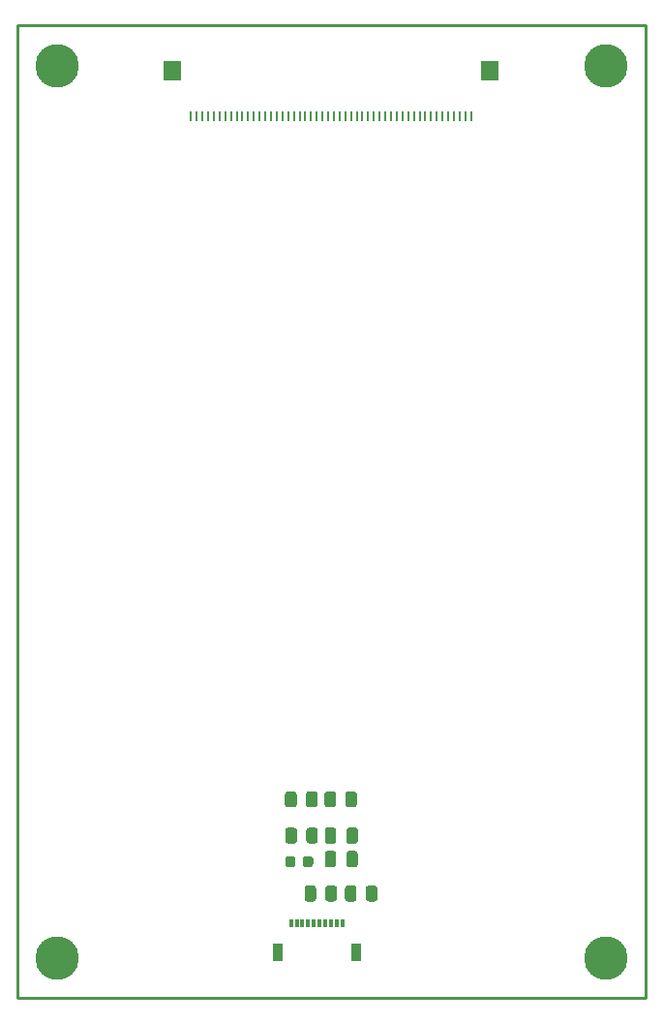
<source format=gbr>
%TF.GenerationSoftware,KiCad,Pcbnew,5.1.7-a382d34a8~87~ubuntu16.04.1*%
%TF.CreationDate,2020-11-12T14:08:06+07:00*%
%TF.ProjectId,sama5d27_som1_ek-sharp_ls0xx_lcd-adapter,73616d61-3564-4323-975f-736f6d315f65,rev?*%
%TF.SameCoordinates,Original*%
%TF.FileFunction,Soldermask,Top*%
%TF.FilePolarity,Negative*%
%FSLAX46Y46*%
G04 Gerber Fmt 4.6, Leading zero omitted, Abs format (unit mm)*
G04 Created by KiCad (PCBNEW 5.1.7-a382d34a8~87~ubuntu16.04.1) date 2020-11-12 14:08:06*
%MOMM*%
%LPD*%
G01*
G04 APERTURE LIST*
%TA.AperFunction,Profile*%
%ADD10C,0.250000*%
%TD*%
%ADD11R,0.863600X1.498600*%
%ADD12R,0.304800X0.660400*%
%ADD13C,3.800000*%
%ADD14R,0.254000X0.812800*%
%ADD15R,1.524000X1.701800*%
G04 APERTURE END LIST*
D10*
X120300000Y-52100000D02*
X175300000Y-52100000D01*
X120300000Y-137100000D02*
X120300000Y-52100000D01*
X175300000Y-137100000D02*
X120300000Y-137100000D01*
X175300000Y-52100000D02*
X175300000Y-137100000D01*
D11*
%TO.C,J2*%
X143083701Y-133090000D03*
X149916301Y-133090000D03*
D12*
X148750002Y-130550000D03*
X148250000Y-130550000D03*
X147750001Y-130550000D03*
X147250002Y-130550000D03*
X146750001Y-130550000D03*
X146250001Y-130550000D03*
X145750000Y-130550000D03*
X145250001Y-130550000D03*
X144750002Y-130550000D03*
X144250000Y-130550000D03*
%TD*%
D13*
%TO.C,REF\u002A\u002A*%
X123800000Y-55600000D03*
%TD*%
%TO.C,REF\u002A\u002A*%
X171800000Y-133600000D03*
%TD*%
%TO.C,REF\u002A\u002A*%
X123800000Y-133600000D03*
%TD*%
%TO.C,REF\u002A\u002A*%
X171800000Y-55600000D03*
%TD*%
%TO.C,C2*%
G36*
G01*
X149100000Y-123375000D02*
X149100000Y-122425000D01*
G75*
G02*
X149350000Y-122175000I250000J0D01*
G01*
X149850000Y-122175000D01*
G75*
G02*
X150100000Y-122425000I0J-250000D01*
G01*
X150100000Y-123375000D01*
G75*
G02*
X149850000Y-123625000I-250000J0D01*
G01*
X149350000Y-123625000D01*
G75*
G02*
X149100000Y-123375000I0J250000D01*
G01*
G37*
G36*
G01*
X147200000Y-123375000D02*
X147200000Y-122425000D01*
G75*
G02*
X147450000Y-122175000I250000J0D01*
G01*
X147950000Y-122175000D01*
G75*
G02*
X148200000Y-122425000I0J-250000D01*
G01*
X148200000Y-123375000D01*
G75*
G02*
X147950000Y-123625000I-250000J0D01*
G01*
X147450000Y-123625000D01*
G75*
G02*
X147200000Y-123375000I0J250000D01*
G01*
G37*
%TD*%
%TO.C,R2*%
G36*
G01*
X146450000Y-127499998D02*
X146450000Y-128400002D01*
G75*
G02*
X146200002Y-128650000I-249998J0D01*
G01*
X145674998Y-128650000D01*
G75*
G02*
X145425000Y-128400002I0J249998D01*
G01*
X145425000Y-127499998D01*
G75*
G02*
X145674998Y-127250000I249998J0D01*
G01*
X146200002Y-127250000D01*
G75*
G02*
X146450000Y-127499998I0J-249998D01*
G01*
G37*
G36*
G01*
X148275000Y-127499998D02*
X148275000Y-128400002D01*
G75*
G02*
X148025002Y-128650000I-249998J0D01*
G01*
X147499998Y-128650000D01*
G75*
G02*
X147250000Y-128400002I0J249998D01*
G01*
X147250000Y-127499998D01*
G75*
G02*
X147499998Y-127250000I249998J0D01*
G01*
X148025002Y-127250000D01*
G75*
G02*
X148275000Y-127499998I0J-249998D01*
G01*
G37*
%TD*%
%TO.C,C1*%
G36*
G01*
X146185000Y-124920000D02*
X146185000Y-125420000D01*
G75*
G02*
X145960000Y-125645000I-225000J0D01*
G01*
X145510000Y-125645000D01*
G75*
G02*
X145285000Y-125420000I0J225000D01*
G01*
X145285000Y-124920000D01*
G75*
G02*
X145510000Y-124695000I225000J0D01*
G01*
X145960000Y-124695000D01*
G75*
G02*
X146185000Y-124920000I0J-225000D01*
G01*
G37*
G36*
G01*
X144635000Y-124920000D02*
X144635000Y-125420000D01*
G75*
G02*
X144410000Y-125645000I-225000J0D01*
G01*
X143960000Y-125645000D01*
G75*
G02*
X143735000Y-125420000I0J225000D01*
G01*
X143735000Y-124920000D01*
G75*
G02*
X143960000Y-124695000I225000J0D01*
G01*
X144410000Y-124695000D01*
G75*
G02*
X144635000Y-124920000I0J-225000D01*
G01*
G37*
%TD*%
%TO.C,C3*%
G36*
G01*
X147200000Y-125425000D02*
X147200000Y-124475000D01*
G75*
G02*
X147450000Y-124225000I250000J0D01*
G01*
X147950000Y-124225000D01*
G75*
G02*
X148200000Y-124475000I0J-250000D01*
G01*
X148200000Y-125425000D01*
G75*
G02*
X147950000Y-125675000I-250000J0D01*
G01*
X147450000Y-125675000D01*
G75*
G02*
X147200000Y-125425000I0J250000D01*
G01*
G37*
G36*
G01*
X149100000Y-125425000D02*
X149100000Y-124475000D01*
G75*
G02*
X149350000Y-124225000I250000J0D01*
G01*
X149850000Y-124225000D01*
G75*
G02*
X150100000Y-124475000I0J-250000D01*
G01*
X150100000Y-125425000D01*
G75*
G02*
X149850000Y-125675000I-250000J0D01*
G01*
X149350000Y-125675000D01*
G75*
G02*
X149100000Y-125425000I0J250000D01*
G01*
G37*
%TD*%
%TO.C,R3*%
G36*
G01*
X150787500Y-128400002D02*
X150787500Y-127499998D01*
G75*
G02*
X151037498Y-127250000I249998J0D01*
G01*
X151562502Y-127250000D01*
G75*
G02*
X151812500Y-127499998I0J-249998D01*
G01*
X151812500Y-128400002D01*
G75*
G02*
X151562502Y-128650000I-249998J0D01*
G01*
X151037498Y-128650000D01*
G75*
G02*
X150787500Y-128400002I0J249998D01*
G01*
G37*
G36*
G01*
X148962500Y-128400002D02*
X148962500Y-127499998D01*
G75*
G02*
X149212498Y-127250000I249998J0D01*
G01*
X149737502Y-127250000D01*
G75*
G02*
X149987500Y-127499998I0J-249998D01*
G01*
X149987500Y-128400002D01*
G75*
G02*
X149737502Y-128650000I-249998J0D01*
G01*
X149212498Y-128650000D01*
G75*
G02*
X148962500Y-128400002I0J249998D01*
G01*
G37*
%TD*%
%TO.C,R4*%
G36*
G01*
X144750000Y-119274998D02*
X144750000Y-120175002D01*
G75*
G02*
X144500002Y-120425000I-249998J0D01*
G01*
X143974998Y-120425000D01*
G75*
G02*
X143725000Y-120175002I0J249998D01*
G01*
X143725000Y-119274998D01*
G75*
G02*
X143974998Y-119025000I249998J0D01*
G01*
X144500002Y-119025000D01*
G75*
G02*
X144750000Y-119274998I0J-249998D01*
G01*
G37*
G36*
G01*
X146575000Y-119274998D02*
X146575000Y-120175002D01*
G75*
G02*
X146325002Y-120425000I-249998J0D01*
G01*
X145799998Y-120425000D01*
G75*
G02*
X145550000Y-120175002I0J249998D01*
G01*
X145550000Y-119274998D01*
G75*
G02*
X145799998Y-119025000I249998J0D01*
G01*
X146325002Y-119025000D01*
G75*
G02*
X146575000Y-119274998I0J-249998D01*
G01*
G37*
%TD*%
%TO.C,R5*%
G36*
G01*
X147175000Y-120175002D02*
X147175000Y-119274998D01*
G75*
G02*
X147424998Y-119025000I249998J0D01*
G01*
X147950002Y-119025000D01*
G75*
G02*
X148200000Y-119274998I0J-249998D01*
G01*
X148200000Y-120175002D01*
G75*
G02*
X147950002Y-120425000I-249998J0D01*
G01*
X147424998Y-120425000D01*
G75*
G02*
X147175000Y-120175002I0J249998D01*
G01*
G37*
G36*
G01*
X149000000Y-120175002D02*
X149000000Y-119274998D01*
G75*
G02*
X149249998Y-119025000I249998J0D01*
G01*
X149775002Y-119025000D01*
G75*
G02*
X150025000Y-119274998I0J-249998D01*
G01*
X150025000Y-120175002D01*
G75*
G02*
X149775002Y-120425000I-249998J0D01*
G01*
X149249998Y-120425000D01*
G75*
G02*
X149000000Y-120175002I0J249998D01*
G01*
G37*
%TD*%
%TO.C,R1*%
G36*
G01*
X146595000Y-122439998D02*
X146595000Y-123340002D01*
G75*
G02*
X146345002Y-123590000I-249998J0D01*
G01*
X145819998Y-123590000D01*
G75*
G02*
X145570000Y-123340002I0J249998D01*
G01*
X145570000Y-122439998D01*
G75*
G02*
X145819998Y-122190000I249998J0D01*
G01*
X146345002Y-122190000D01*
G75*
G02*
X146595000Y-122439998I0J-249998D01*
G01*
G37*
G36*
G01*
X144770000Y-122439998D02*
X144770000Y-123340002D01*
G75*
G02*
X144520002Y-123590000I-249998J0D01*
G01*
X143994998Y-123590000D01*
G75*
G02*
X143745000Y-123340002I0J249998D01*
G01*
X143745000Y-122439998D01*
G75*
G02*
X143994998Y-122190000I249998J0D01*
G01*
X144520002Y-122190000D01*
G75*
G02*
X144770000Y-122439998I0J-249998D01*
G01*
G37*
%TD*%
D14*
%TO.C,J1*%
X160000000Y-60050000D03*
X159500001Y-60050000D03*
X158999999Y-60050000D03*
X158500000Y-60050000D03*
X158000001Y-60050000D03*
X157500000Y-60050000D03*
X157000001Y-60050000D03*
X156499999Y-60050000D03*
X156000000Y-60050000D03*
X155500001Y-60050000D03*
X155000000Y-60050000D03*
X154500001Y-60050000D03*
X153999999Y-60050000D03*
X153500000Y-60050000D03*
X153000001Y-60050000D03*
X152500000Y-60050000D03*
X152000001Y-60050000D03*
X151499999Y-60050000D03*
X151000000Y-60050000D03*
X150500001Y-60050000D03*
X150000000Y-60050000D03*
X149500001Y-60050000D03*
X148999999Y-60050000D03*
X148500000Y-60050000D03*
X148000001Y-60050000D03*
X147499999Y-60050000D03*
X147000001Y-60050000D03*
X146499999Y-60050000D03*
X146000000Y-60050000D03*
X145500001Y-60050000D03*
X144999999Y-60050000D03*
X144500000Y-60050000D03*
X143999999Y-60050000D03*
X143500000Y-60050000D03*
X143000001Y-60050000D03*
X142499999Y-60050000D03*
X142000000Y-60050000D03*
X141499999Y-60050000D03*
X141000000Y-60050000D03*
X140500001Y-60050000D03*
X139999999Y-60050000D03*
X139500000Y-60050000D03*
X138999999Y-60050000D03*
X138500000Y-60050000D03*
X138000001Y-60050000D03*
X137499999Y-60050000D03*
X137000000Y-60050000D03*
X136500001Y-60050000D03*
X136000000Y-60050000D03*
X135500001Y-60050000D03*
D15*
X133843499Y-56036800D03*
X161656499Y-56036800D03*
%TD*%
M02*

</source>
